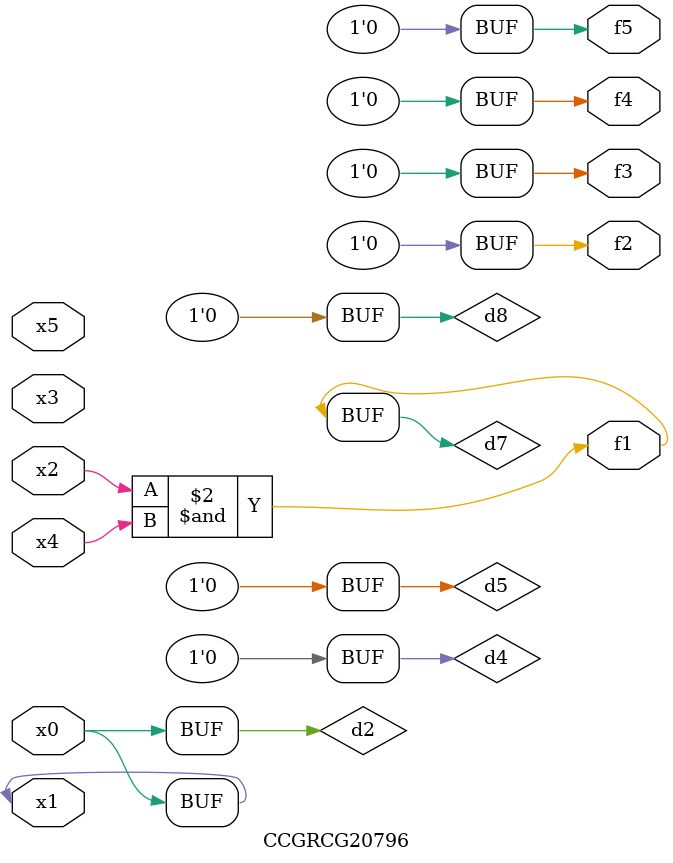
<source format=v>
module CCGRCG20796(
	input x0, x1, x2, x3, x4, x5,
	output f1, f2, f3, f4, f5
);

	wire d1, d2, d3, d4, d5, d6, d7, d8, d9;

	nand (d1, x1);
	buf (d2, x0, x1);
	nand (d3, x2, x4);
	and (d4, d1, d2);
	and (d5, d1, d2);
	nand (d6, d1, d3);
	not (d7, d3);
	xor (d8, d5);
	nor (d9, d5, d6);
	assign f1 = d7;
	assign f2 = d8;
	assign f3 = d8;
	assign f4 = d8;
	assign f5 = d8;
endmodule

</source>
